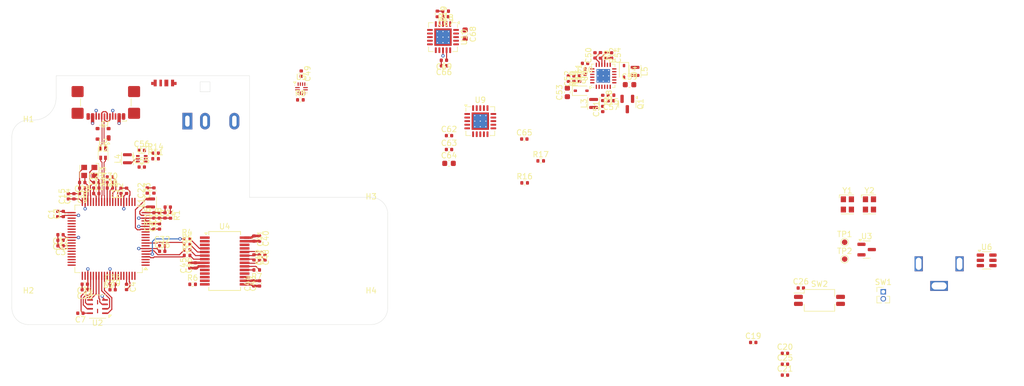
<source format=kicad_pcb>
(kicad_pcb (version 20241229) (generator "pcbnew") (generator_version "9.0")
  (layers (0 "F.Cu" signal) (4 "In1.Cu" power "GND") (6 "In2.Cu" power "PWR") (2 "B.Cu" signal) (13 "F.Paste" user) (15 "B.Paste" user) (5 "F.SilkS" user "F.Silkscreen") (7 "B.SilkS" user "B.Silkscreen") (1 "F.Mask" user) (3 "B.Mask" user) (25 "Edge.Cuts" user))
  (net 0 "")
  (net 1 "GND")
  (net 2 "+3.3V")
  (net 3 "VDD")
  (net 4 "Net-(U1A-VDD_HIGH_CAP)")
  (net 5 "Net-(U1A-NVCC_PLL)")
  (net 6 "Net-(U1A-VDD_SNVS_CAP)")
  (net 7 "Net-(U1B-XTALI)")
  (net 8 "Net-(U1B-XTALO)")
  (net 9 "Net-(U1B-DCDC_PSWITCH)")
  (net 10 "VBUS")
  (net 11 "Net-(U1C-VDD_USB_CAP)")
  (net 12 "OSC_441")
  (net 13 "OSC_48")
  (net 14 "Net-(U4-VCOML)")
  (net 15 "USB_DN")
  (net 16 "USB_DP")
  (net 17 "RGB")
  (net 18 "VREF")
  (net 19 "Net-(Q1-D)")
  (net 20 "+10V")
  (net 21 "Net-(U8-FBP)")
  (net 22 "CC1")
  (net 23 "CC2")
  (net 26 "Net-(U1B-DCDC_LP)")
  (net 27 "VNEG")
  (net 28 "FBN")
  (net 29 "I2S_BCK")
  (net 30 "Net-(U8-ENN)")
  (net 31 "BOOT_MODE0")
  (net 32 "BOOT_MODE1")
  (net 33 "Net-(U8-CN)")
  (net 34 "I2S_LRCK")
  (net 35 "Net-(U8-CP)")
  (net 36 "I2S_DATA")
  (net 37 "Net-(U1B-POR_B)")
  (net 38 "Net-(U1C-USB_OTG1_CHD_B)")
  (net 39 "Net-(U1E-GPIO_SD_12)")
  (net 51 "QSPI_IO2")
  (net 60 "QSPI_IO3")
  (net 64 "QSPI_SS")
  (net 69 "QSPI_IO1")
  (net 73 "QSPI_CLK")
  (net 76 "QSPI_IO0")
  (net 78 "I2S_SCK")
  (net 79 "SPDIF_IN")
  (net 80 "Net-(U9-SENSE{slash}FB)")
  (net 81 "Net-(U9-NR)")
  (net 82 "Net-(U10-FB)")
  (net 89 "I2C_SDA")
  (net 90 "FUSB302_INT_N")
  (net 91 "I2C_SCL")
  (net 92 "OSC_441_EN")
  (net 93 "OSC_48_EN")
  (net 94 "Net-(U10-NR{slash}SS)")
  (net 96 "Net-(D3-A)")
  (net 97 "Net-(D4-K)")
  (net 98 "/IO/PRE_USB_DP")
  (net 99 "/IO/PRE_USB_DN")
  (net 106 "Net-(U7-SW)")
  (net 107 "Net-(Q1-G)")
  (net 108 "Net-(U4-SCK)")
  (net 109 "Net-(U4-BCK)")
  (net 110 "Net-(U4-LRCK)")
  (net 111 "Net-(U4-DATA)")
  (net 112 "Net-(U4-~{RST})")
  (net 113 "Net-(U4-IREF)")
  (net 114 "Net-(U5-PORT)")
  (net 115 "Net-(U7-FB)")
  (net 133 "Net-(U4-VCOMR)")
  (net 134 "+9VA")
  (net 135 "-9VA")
  (footprint "MountingHole:MountingHole_2.2mm_M2" (layer "F.Cu") (at 105 65)
    (property "Reference" "H3")
    (property "Value" "MountingHole")
  )
  (footprint "Capacitor_SMD:C_0402_1005Metric" (layer "F.Cu") (at 85.8 72.85 90)
    (property "Reference" "C42")
    (property "Value" "10u")
  )
  (footprint "Capacitor_SMD:C_0402_1005Metric" (layer "F.Cu") (at 84.8 69.445 -90)
    (property "Reference" "C40")
    (property "Value" "10u")
  )
  (footprint "TestPoint:TestPoint_Pad_D1.0mm" (layer "F.Cu") (at 190.67 73.16)
    (property "Reference" "TP2")
    (property "Value" "TestPoint")
  )
  (footprint "Capacitor_SMD:C_0402_1005Metric" (layer "F.Cu") (at 148.4 44.5 180)
    (property "Reference" "C57")
    (property "Value" "4.7u")
  )
  (footprint "Capacitor_SMD:C_0402_1005Metric" (layer "F.Cu") (at 66.7 65.25 90)
    (property "Reference" "C17")
    (property "Value" "0.22u")
  )
  (footprint "Capacitor_SMD:C_0402_1005Metric" (layer "F.Cu") (at 48.3 65 90)
    (property "Reference" "C1")
    (property "Value" "1u")
  )
  (footprint "Resistor_SMD:R_0402_1005Metric" (layer "F.Cu") (at 140.7 40.5 -90)
    (property "Reference" "R13")
    (property "Value" "R")
  )
  (footprint "Package_DFN_QFN:Texas_RGW0020A_VQFN-20-1EP_5x5mm_P0.65mm_EP3.15x3.15mm_ThermalVias" (layer "F.Cu") (at 124.75 48.2)
    (property "Reference" "U9")
    (property "Value" "TPS7A4701xRGW")
  )
  (footprint "Capacitor_SMD:C_0402_1005Metric" (layer "F.Cu") (at 83.8 72.85 -90)
    (property "Reference" "C47")
    (property "Value" "10u")
  )
  (footprint "Resistor_SMD:R_0402_1005Metric" (layer "F.Cu") (at 146.5 36.3 -90)
    (property "Reference" "R9")
    (property "Value" "R")
  )
  (footprint "Resistor_SMD:R_0402_1005Metric" (layer "F.Cu") (at 71.7 71.5)
    (property "Reference" "R3")
    (property "Value" "27")
  )
  (footprint "Capacitor_SMD:C_0402_1005Metric" (layer "F.Cu") (at 146.9 46 90)
    (property "Reference" "C51")
    (property "Value" "4.7u")
  )
  (footprint "Capacitor_SMD:C_0402_1005Metric" (layer "F.Cu") (at 57.73 59.3)
    (property "Reference" "C30")
    (property "Value" "4.7u")
  )
  (footprint "Capacitor_SMD:C_0402_1005Metric" (layer "F.Cu") (at 119.09 50.82)
    (property "Reference" "C62")
    (property "Value" "10u")
  )
  (footprint "Package_TO_SOT_SMD:SOT-23" (layer "F.Cu") (at 194.65 71.435)
    (property "Reference" "U3")
    (property "Value" "UM803RS")
  )
  (footprint "MountingHole:MountingHole_2.2mm_M2" (layer "F.Cu") (at 43 82)
    (property "Reference" "H2")
    (property "Value" "MountingHole")
  )
  (footprint "Resistor_SMD:R_0402_1005Metric" (layer "F.Cu") (at 84.3 75.125 180)
    (property "Reference" "R7")
    (property "Value" "10k")
  )
  (footprint "Package_SO:SSOP-28_5.3x10.2mm_P0.65mm" (layer "F.Cu") (at 78.5 73.5)
    (property "Reference" "U4")
    (property "Value" "PCM1794A")
  )
  (footprint "Inductor_SMD:L_Murata_DFE201610P" (layer "F.Cu") (at 60.9 55 90)
    (property "Reference" "L4")
    (property "Value" "1u")
  )
  (footprint "Package_DFN_QFN:Texas_X2QFN-12_1.6x1.6mm_P0.4mm" (layer "F.Cu") (at 92.395 42.33)
    (property "Reference" "U5")
    (property "Value" "TUSB320")
  )
  (footprint "Resistor_SMD:R_0402_1005Metric" (layer "F.Cu") (at 132.77 59.37)
    (property "Reference" "R16")
    (property "Value" "R")
  )
  (footprint "Capacitor_SMD:C_0402_1005Metric" (layer "F.Cu") (at 67.2 70.75)
    (property "Reference" "C32")
    (property "Value" "100n")
  )
  (footprint "Resistor_SMD:R_0402_1005Metric" (layer "F.Cu") (at 147.5 36.3 -90)
    (property "Reference" "R12")
    (property "Value" "R")
  )
  (footprint "Capacitor_SMD:C_0402_1005Metric" (layer "F.Cu") (at 146.9 44 -90)
    (property "Reference" "C58")
    (property "Value" "100n")
  )
  (footprint "Connector_PinHeader_1.27mm:PinHeader_1x02_P1.27mm_Vertical" (layer "F.Cu") (at 197.66 79.07)
    (property "Reference" "SW1")
    (property "Value" "SW_Push")
  )
  (footprint "Capacitor_SMD:C_0402_1005Metric" (layer "F.Cu") (at 84.8 72.85 -90)
    (property "Reference" "C48")
    (property "Value" "10u")
  )
  (footprint "Diode_SMD:D_SOD-323" (layer "F.Cu") (at 150.75 39.2 -90)
    (property "Reference" "D4")
    (property "Value" "D_Schottky")
  )
  (footprint "Resistor_SMD:R_0402_1005Metric" (layer "F.Cu") (at 68.7 65.25 -90)
    (property "Reference" "R1")
    (property "Value" "30k")
  )
  (footprint "Package_QFP:LQFP-80_12x12mm_P0.5mm" (layer "F.Cu") (at 57.5 69.5 180)
    (property "Reference" "U1")
    (property "Value" "MIMXRT1011DAE5A")
  )
  (footprint "Capacitor_SMD:C_0402_1005Metric" (layer "F.Cu") (at 52.73 60.3 180)
    (property "Reference" "C8")
    (property "Value" "4.7u")
  )
  (footprint "Capacitor_SMD:C_0402_1005Metric" (layer "F.Cu") (at 63.5 56.5)
    (property "Reference" "C55")
    (property "Value" "10u")
  )
  (footprint "utils:PJRAN1X1U04" (layer "F.Cu") (at 207.76 78.01)
    (property "Reference" "J2" (hide yes))
    (property "Value" "Conn_Coaxial" (hide yes))
  )
  (footprint "Resistor_SMD:R_0402_1005Metric" (layer "F.Cu") (at 148.4 43.5 180)
    (property "Reference" "R15")
    (property "Value" "100")
  )
  (footprint "Capacitor_SMD:C_0402_1005Metric" (layer "F.Cu") (at 179.87 92.18)
    (property "Reference" "C25")
    (property "Value" "5p")
  )
  (footprint "Capacitor_SMD:C_0402_1005Metric" (layer "F.Cu") (at 67.2 71.75)
    (property "Reference" "C36")
    (property "Value" "4.7u")
  )
  (footprint "Capacitor_SMD:C_0402_1005Metric" (layer "F.Cu") (at 55.27 61.3)
    (property "Reference" "C11")
    (property "Value" "0.22u")
  )
  (footprint "Oscillator:Oscillator_SMD_Kyocera_KC2520Z-4Pin_2.5x2.0mm" (layer "F.Cu") (at 191.165 63.265)
    (property "Reference" "Y1")
    (property "Value" "KC2520Z")
  )
  (footprint "Package_TO_SOT_SMD:SOT-143" (layer "F.Cu") (at 56.5 50.5 180)
    (property "Reference" "D2")
    (property "Value" "PRTR5V0U2X")
  )
  (footprint "Capacitor_SMD:C_0402_1005Metric" (layer "F.Cu") (at 60.75 78.2 -90)
    (property "Reference" "C4")
    (property "Value" "0.22u")
  )
  (footprint "utils:DC044" (layer "F.Cu") (at 71.75 48.2 180)
    (property "Reference" "J1" (hide yes))
    (property "Value" "Barrel_Jack_Switch_Pin3Ring" (hide yes))
    (fp_rect (start -4.1 5.3) (end -2.3 7.1) (stroke (width 0.05)) (fill no) (layer "Edge.Cuts"))
  )
  (footprint "MountingHole:MountingHole_2.2mm_M2" (layer "F.Cu") (at 105 82)
    (property "Reference" "H4")
    (property "Value" "MountingHole")
  )
  (footprint "Resistor_SMD:R_0402_1005Metric" (layer "F.Cu") (at 118.48 28.3 180)
    (property "Reference" "R18")
    (property "Value" "R")
  )
  (footprint "Capacitor_SMD:C_0402_1005Metric" (layer "F.Cu") (at 83.8 69.445 -90)
    (property "Reference" "C41")
    (property "Value" "0.1u")
  )
  (footprint "Capacitor_SMD:C_0402_1005Metric" (layer "F.Cu") (at 84.8 77.555 90)
    (property "Reference" "C43")
    (property "Value" "10u")
  )
  (footprint "Capacitor_SMD:C_0402_1005Metric" (layer "F.Cu") (at 66.7 67.25 90)
    (property "Reference" "C6")
    (property "Value" "4.7u")
  )
  (footprint "Capacitor_SMD:C_0402_1005Metric" (layer "F.Cu") (at 51.23 61.8 90)
    (property "Reference" "C14")
    (property "Value" "0.22u")
  )
  (footprint "Capacitor_SMD:C_0402_1005Metric" (layer "F.Cu") (at 143.7 39.25 90)
    (property "Reference" "C61")
    (property "Value" "10n")
  )
  (footprint "Inductor_SMD:L_Murata_DFE201610P" (layer "F.Cu") (at 145.25 45 90)
    (property "Reference" "L3")
    (property "Value" "4.7u")
  )
  (footprint "Resistor_SMD:R_0402_1005Metric" (layer "F.Cu") (at 71.7 69.5)
    (property "Reference" "R4")
    (property "Value" "27")
  )
  (footprint "Capacitor_SMD:C_0402_1005Metric" (layer "F.Cu") (at 65.7 60.75 90)
    (property "Reference" "C23")
    (property "Value" "0.22u")
  )
  (footprint "Package_SON:Winbond_USON-8-2EP_3x4mm_P0.8mm_EP0.2x0.8mm" (layer "F.Cu") (at 55.5 81.75 180)
    (property "Reference" "U2")
    (property "Value" "W25Q32JVUU")
  )
  (footprint "Capacitor_SMD:C_0402_1005Metric" (layer "F.Cu") (at 68.2 63.75 180)
    (property "Reference" "C24")
    (property "Value" "0.22u")
  )
  (footprint "Button_Switch_SMD:SW_DIP_SPSTx02_Slide_Copal_CHS-02B_W7.62mm_P1.27mm" (layer "F.Cu") (at 186.115 80.625)
    (property "Reference" "SW2")
    (property "Value" "SW_DIP_x02")
  )
  (footprint "TestPoint:TestPoint_Pad_D1.0mm" (layer "F.Cu") (at 190.67 70.11)
    (property "Reference" "TP1")
    (property "Value" "TestPoint")
  )
  (footprint "Capacitor_SMD:C_0603_1608Metric" (layer "F.Cu") (at 151.75 41.6)
    (property "Reference" "C59")
    (property "Value" "22u")
  )
  (footprint "Capacitor_SMD:C_0402_1005Metric" (layer "F.Cu") (at 141.7 40.5 90)
    (property "Reference" "C52")
    (property "Value" "C")
  )
  (footprint "Package_TO_SOT_SMD:SOT-23" (layer "F.Cu") (at 151.35 45.1 -90)
    (property "Reference" "Q1")
    (property "Value" "AO3401")
  )
  (footprint "Capacitor_SMD:C_0402_1005Metric" (layer "F.Cu") (at 65.7 67.25 90)
    (property "Reference" "C5")
    (property "Value" "0.22u")
  )
  (footprint "Capacitor_SMD:C_0402_1005Metric" (layer "F.Cu") (at 48.8 70.75 180)
    (property "Reference" "C3")
    (property "Value" "0.22u")
  )
  (footprint "Capacitor_SMD:C_0402_1005Metric" (layer "F.Cu") (at 57.73 60.3)
    (property "Reference" "C31")
    (property "Value" "0.22u")
  )
  (footprint "Capacitor_SMD:C_0402_1005Metric" (layer "F.Cu") (at 67.7 65.25 90)
    (property "Reference" "C18")
    (property "Value" "0.22u")
  )
  (footprint "Resistor_SMD:R_0402_1005Metric" (layer "F.Cu") (at 116.98 28.8 -90)
    (property "Reference" "R19")
    (property "Value" "R")
  )
  (footprint "Capacitor_SMD:C_0402_1005Metric" (layer "F.Cu") (at 83.8 77.555 90)
    (property "Reference" "C44")
    (property "Value" "0.1u")
  )
  (footprint "Capacitor_SMD:C_0402_1005Metric" (layer "F.Cu") (at 58.23 78.7)
    (property "Reference" "C39")
    (property "Value" "4.7u")
  )
  (footprint "MountingHole:MountingHole_2.2mm_M2" (layer "F.Cu") (at 43 51)
    (property "Reference" "H1")
    (property "Value" "MountingHole")
  )
  (footprint "Capacitor_SMD:C_0603_1608Metric" (layer "F.Cu") (at 140.5 43 90)
    (property "Reference" "C53")
    (property "Value" "22u")
  )
  (footprint "Capacitor_SMD:C_0402_1005Metric" (layer "F.Cu") (at 64.5 60.75 90)
    (property "Reference" "C22")
    (property "Value" "4.7u")
  )
  (footprint "Resistor_SMD:R_0402_1005Metric" (layer "F.Cu") (at 71.7 72.5)
    (property "Reference" "R2")
    (property "Value" "10")
  )
  (footprint "Resistor_SMD:R_0402_1005Metric" (layer "F.Cu") (at 71.7 70.5)
    (property "Reference" "R5")
    (property "Value" "27")
  )
  (footprint "Resistor_SMD:R_0402_1005Metric" (layer "F.Cu") (at 135.68 55.39)
    (property "Reference" "R17")
    (property "Value" "R")
  )
  (footprint "Capacitor_SMD:C_0402_1005Metric" (layer "F.Cu") (at 55.27 59.3)
    (property "Reference" "C27")
    (property "Value" "1u")
  )
  (footprint "Resistor_SMD:R_0402_1005Metric" (layer "F.Cu") (at 92.2 44.35)
    (property "Reference" "R8")
    (property "Value" "47k")
  )
  (footprint "Capacitor_SMD:C_0402_1005Metric" (layer "F.Cu") (at 52.73 61.3 180)
    (property "Reference" "C9")
    (property "Value" "0.22u")
  )
  (footprint "Capacitor_SMD:C_0402_1005Metric" (layer "F.Cu") (at 52.73 59.3 180)
    (property "Reference" "C28")
    (property "Value" "1u")
  )
  (footprint "Capacitor_SMD:C_0402_1005Metric" (layer "F.Cu") (at 57.73 58.3 180)
    (property "Reference" "C29")
    (property "Value" "1u")
  )
  (footprint "Resistor_SMD:R_0402_1005Metric" (layer "F.Cu") (at 72.7 77.725)
    (property "Reference" "R6")
    (property "Value" "47k")
  )
  (footprint "Capacitor_SMD:C_0402_1005Metric" (layer "F.Cu") (at 60.75 60.8 90)
    (property "Reference" "C12")
    (property "Value" "0.22u")
  )
  (footprint "Capacitor_SMD:C_0402_1005Metric" (layer "F.Cu") (at 52.4 82.95 180)
    (property "Reference" "C7")
    (property "Value" "0.1u")
  )
  (footprint "Package_DFN_QFN:Texas_RGW0020A_VQFN-20-1EP_5x5mm_P0.65mm_EP3.15x3.15mm_ThermalVias" (layer "F.Cu") (at 118 33 -90)
    (property "Reference" "U10")
    (property "Value" "TPS7A3301RGW")
  )
  (footprint "Capacitor_SMD:C_0402_1005Metric" (layer "F.Cu") (at 58.23 77.7)
    (property "Reference" "C35")
    (property "Value" "100n")
  )
  (footprint "Capacitor_SMD:C_0402_1005Metric" (layer "F.Cu") (at 49.3 65 90)
    (property "Reference" "C2")
    (property "Value" "0.22u")
  )
  (footprint "Capacitor_SMD:C_0402_1005Metric" (layer "F.Cu") (at 118.17 37.185 180)
    (property "Reference" "C69")
    (property "Value" "1u")
  )
  (footprint "Capacitor_SMD:C_0402_1005Metric" (layer "F.Cu") (at 174.13 88.24)
    (property "Reference" "C19")
    (property "Value" "0.1u")
  )
  (footprint "Capacitor_SMD:C_0402_1005Metric" (layer "F.Cu") (at 143.7 37.75 180)
    (property "Reference" "C60")
    (property "Value" "4.7n")
  )
  (footprint "Capacitor_SMD:C_0402_1005Metric" (layer "F.Cu") (at 73.2 74.305 90)
    (property "Reference" "C46")
    (property "Value" "0.1u")
  )
  (footprint "Capacitor_SMD:C_0603_1608Metric" (layer "F.Cu") (at 122 32.475 -90)
    (property "Reference" "C68")
    (property "Value" "22u")
  )
  (footprint "Capacitor_SMD:C_0402_1005Metric" (layer "F.Cu") (at 48.8 69.75 180)
    (property "Reference" "C33")
    (property "Value" "100n")
  )
  (footprint "Capacitor_SMD:C_0402_1005Metric" (layer "F.Cu") (at 145.5 36.3 90)
    (property "Reference" "C50")
    (property "Value" "220n")
  )
  (footprint "Capacitor_SMD:C_0402_1005Metric" (layer "F.Cu") (at 118.48 29.3 180)
    (property "Reference" "C67")
    (property "Value" "10u")
  )
  (footprint "Resistor_SMD:R_0402_1005Metric" (layer "F.Cu") (at 66 55)
    (property "Reference" "R11")
    (property "Value" "453k")
  )
  (footprint "Capacitor_SMD:C_0402_1005Metric" (layer "F.Cu") (at 53.19 77.7 180)
    (property "Reference" "C34")
    (property "Value" "100n")
  )
  (footprint "Capacitor_SMD:C_0402_1005Metric" (layer "F.Cu") (at 48.8 68.75 180)
    (property "Reference" "C37")
    (property "Value" "4.7u")
  )
  (footprint "Capacitor_SMD:C_0402_1005Metric" (layer "F.Cu") (at 148.5 36.3 -90)
    (property "Reference" "C54")
    (property "Value" "C")
  )
  (footprint "Capacitor_SMD:C_0402_1005Metric" (layer "F.Cu") (at 50.23 61.8 90)
    (property "Reference" "C15")
    (property "Value" "4.7u")
  )
  (footprint "Package_DFN_QFN:VQFN-24-1EP_4x4mm_P0.5mm_EP2.45x2.45mm_ThermalVias" (layer "F.Cu") (at 147 40 90)
    (property "Reference" "U8")
    (property "Value" "TPS65131RGE")
  )
  (footprint "Capacitor_SMD:C_0402_1005Metric" (layer "F.Cu") (at 132.71 51.44)
    (property "Reference" "C65")
    (property "Value" "1u")
  )
  (footprint "Capacitor_SMD:C_0402_1005Metric" (layer "F.Cu") (at 119.09 53.33)
    (property "Reference" "C63")
    (property "Value" "10u")
  )
  (footprint "Inductor_SMD:L_Murata_DFE201610P" (layer "F.Cu") (at 65.1 63 90)
    (property "Reference" "L1")
    (property "Value" "4.7u")
  )
  (footprint "Package_TO_SOT_SMD:SOT-23-6" (layer "F.Cu") (at 216.36 73.385)
    (property "Reference" "U6")
    (property "Value" "SN74LVC2G14DBV")
  )
  (footprint "Capacitor_SMD:C_0402_1005Metric" (layer "F.Cu") (at 55.27 60.3)
    (property "Reference" "C10")
    (property "Value" "4.7u")
  )
  (footprint "Capacitor_SMD:C_0402_1005Metric" (layer "F.Cu") (at 72.2 74.305 90)
    (property "Reference" "C45")
    (property "Value" "10u")
  )
  (footprint "Capacitor_SMD:C_0402_1005Metric" (layer "F.Cu") (at 179.87 90.21)
    (property "Reference" "C20")
    (property "Value" "0.1u")
  )
  (footprint "Capacitor_SMD:C_0402_1005Metric" (layer "F.Cu") (at 118.17 38.185 180)
    (property "Reference" "C66")
    (property "Value" "10u")
  )
  (footprint "Oscillator:Oscillator_SMD_Kyocera_KC2520Z-4Pin_2.5x2.0mm" (layer "F.Cu") (at 195.16 63.265)
    (property "Reference" "Y2")
    (property "Value" "KC2520Z")
  )
  (footprint "Capacitor_SMD:C_0402_1005Metric" (layer "F.Cu") (at 63.5 53.5)
    (property "Reference" "C56")
    (property "Value" "10u")
  )
  (footprint "Capacitor_SMD:C_0402_1005Metric" (layer "F.Cu") (at 179.87 94.15)
    (property "Reference" "C21")
    (property "Value" "0.1u")
  )
  (footprint "Capacitor_SMD:C_0402_1005Metric" (layer "F.Cu") (at 65.7 65.25 90)
    (property "Reference" "C16")
    (property "Value" "4.7u")
  )
  (footprint "Resistor_SMD:R_0402_1005Metric" (layer "F.Cu") (at 66 54)
    (property "Reference" "R14")
    (property "Value" "100k")
  )
  (footprint "Package_TO_SOT_SMD:SOT-563" (layer "F.Cu") (at 63.5 55)
    (property "Reference" "U7")
    (property "Value" "TPS62A02ADRL")
  )
  (footprint "Diode_SMD:D_SOD-323" (layer "F.Cu") (at 143 42.7)
    (property "Reference" "D3")
    (property "Value" "D_Schottky")
  )
  (footprint "Capacitor_SMD:C_0402_1005Metric" (layer "F.Cu") (at 53.19 78.7 180)
    (property "Reference" "C38")
    (property "Value" "4.7u")
  )
  (footprint "Inductor_SMD:L_CommonModeChoke_Coilcraft_0805USB" (layer "F.Cu") (at 56.5 54 180)
    (property "Reference" "L2")
    (property "Value" "0805USB")
  )
  (footprint "Capacitor_SMD:C_0603_1608Metric" (layer "F.Cu") (at 119.09 55.84)
    (property "Reference" "C64")
    (property "Value" "22u")
  )
  (footprint "utils:4020_WS2812" (layer "F.Cu") (at 67.55 41.3 180)
    (property "Reference" "D1" (hide yes))
    (property "Value" "WS2812B" (hide yes))
  )
  (footprint "Inductor_SMD:L_Murata_DFE201610P" (layer "F.Cu") (at 152.75 39.2 -90)
    (property "Reference" "L5")
    (property "Value" "4.7u")
  )
  (footprint "Capacitor_SMD:C_0402_1005Metric" (layer "F.Cu") (at 59.75 60.8 90)
    (property "Reference" "C13")
    (property "Value" "0.22u")
  )
  (footprint "Capacitor_SMD:C_0402_1005Metric" (layer "F.Cu") (at 182.74 78.39)
    (property "Reference" "C26")
    (property "Value" "5p")
  )
  (footprint "Resistor_SMD:R_0402_1005Metric" (layer "F.Cu") (at 142.7 40.5 90)
    (property "Reference" "R10")
    (property "Value" "R")
  )
  (footprint "Oscillator:Oscillator_SMD_Kyocera_KC2520Z-4Pin_2.5x2.0mm" (layer "F.Cu") (at 54 57.3 -90)
    (property "Reference" "Y3")
    (property "Value" "24M")
  )
  (footprint "Connector_USB:USB_C_Receptacle_GCT_USB4110" (layer "F.Cu") (at 57 43.675 180)
    (property "Reference" "J3")
    (property "Value" "USB_C_Receptacle_USB2.0_16P")
  )
  (footprint "Capacitor_SMD:C_0402_1005Metric" (layer "F.Cu") (at 92.35 39.6 -90)
    (property "Reference" "C49")
    (property "Value" "0.1u")
  )
  (gr_arc (start 105 62) (mid 107.12132 62.87868) (end 108 65) (stroke (width 0.05)) (layer "Edge.Cuts"))
  (gr_line (start 108 82) (end 108 65) (stroke (width 0.05)) (layer "Edge.Cuts"))
  (gr_line (start 48 40) (end 48 44) (stroke (width 0.05)) (layer "Edge.Cuts"))
  (gr_line (start 83 40) (end 48 40) (stroke (width 0.05)) (layer "Edge.Cuts"))
  (gr_line (start 44 48) (end 43 48) (stroke (width 0.05)) (layer "Edge.Cuts"))
  (gr_line (start 105 62) (end 83 62) (stroke (width 0.05)) (layer "Edge.Cuts"))
  (gr_arc (start 40 51) (mid 40.87868 48.87868) (end 43 48) (stroke (width 0.05)) (layer "Edge.Cuts"))
  (gr_arc (start 43 85) (mid 40.87868 84.12132) (end 40 82) (stroke (width 0.05)) (layer "Edge.Cuts"))
  (gr_line (start 43 85) (end 105 85) (stroke (width 0.05)) (layer "Edge.Cuts"))
  (gr_line (start 40 51) (end 40 82) (stroke (width 0.05)) (layer "Edge.Cuts"))
  (gr_line (start 83 62) (end 83 40) (stroke (width 0.05)) (layer "Edge.Cuts"))
  (gr_arc (start 48 44) (mid 46.828427 46.828427) (end 44 48) (stroke (width 0.05)) (layer "Edge.Cuts"))
  (gr_arc (start 108 82) (mid 107.12132 84.12132) (end 105 85) (stroke (width 0.05)) (layer "Edge.Cuts"))
  (segment (start 67.68 64.75) (end 67.7 64.77) (width 0.2) (layer "F.Cu") (net 1))
  (segment (start 64.1875 64.75) (end 67.68 64.75) (width 0.2) (layer "F.Cu") (net 1))
  (segment (start 52.25 61.3) (end 52.25 57.4) (width 0.2) (layer "F.Cu") (net 1))
  (segment (start 55.75 59.3) (end 55.75 58.85) (width 0.2) (layer "F.Cu") (net 1))
  (segment (start 58.71 78.7) (end 58.71 77.7) (width 0.2) (layer "F.Cu") (net 1))
  (segment (start 50.8125 71.25) (end 49.71755 71.25) (width 0.2) (layer "F.Cu") (net 1))
  (segment (start 59.14 60.93) (end 59.75 60.32) (width 0.2) (layer "F.Cu") (net 1))
  (segment (start 61.25 62.8125) (end 61.25 61.71755) (width 0.2) (layer "F.Cu") (net 1))
  (segment (start 58.21 59.3) (end 58.21 59.26) (width 0.2) (layer "F.Cu") (net 1))
  (segment (start 56.35 80.05) (end 56.35 79.839703) (width 0.2) (layer "F.Cu") (net 1))
  (segment (start 48.93 71.36) (end 48.32 70.75) (width 0.2) (layer "F.Cu") (net 1))
  (segment (start 50.8125 64.75) (end 49.53 64.75) (width 0.2) (layer "F.Cu") (net 1))
  (segment (start 57.75 62.8125) (end 57.75 60.76) (width 0.2) (layer "F.Cu") (net 1))
  (segment (start 58.21 59.26) (end 57.25 58.3) (width 0.2) (layer "F.Cu") (net 1))
  (segment (start 59.14 61.60755) (end 59.14 60.93) (width 0.2) (layer "F.Cu") (net 1))
  (segment (start 55.75 58.85) (end 54.925 58.025) (width 0.2) (layer "F.Cu") (net 1))
  (segment (start 55.75 62.8125) (end 55.75 59.3) (width 0.2) (layer "F.Cu") (net 1))
  (segment (start 59.25 61.71755) (end 59.14 61.60755) (width 0.2) (layer "F.Cu") (net 1))
  (segment (start 61.36 78.07) (end 60.75 78.68) (width 0.2) (layer "F.Cu") (net 1))
  (segment (start 52.23 61.32) (end 52.25 61.3) (width 0.2) (layer "F.Cu") (net 1))
  (segment (start 48.3 64.52) (end 49.3 64.52) (width 0.2) (layer "F.Cu") (net 1))
  (segment (start 82.1 69.925) (end 84.8 69.925) (width 0.45) (layer "F.Cu") (net 1))
  (segment (start 82.1 71.875) (end 82.185 71.79) (width 0.2) (layer "F.Cu") (net 1))
  (segment (start 56.85 80.55) (end 56.35 80.05) (width 0.2) (layer "F.Cu") (net 1))
  (segment (start 49.60755 71.36) (end 48.93 71.36) (width 0.2) (layer "F.Cu") (net 1))
  (segment (start 61.36 77.39245) (end 61.36 78.07) (width 0.2) (layer "F.Cu") (net 1))
  (segment (start 49.71755 71.25) (end 49.60755 71.36) (width 0.2) (layer "F.Cu") (net 1))
  (segment (start 59.25 62.8125) (end 59.25 61.71755) (width 0.2) (layer "F.Cu") (net 1))
  (segment (start 48.32 68.75) (end 48.32 70.75) (width 0.2) (layer "F.Cu") (net 1))
  (segment (start 61.36 60.93) (end 60.75 60.32) (width 0.2) (layer "F.Cu") (net 1))
  (segment (start 82.1 77.075) (end 84.8 77.075) (width 0.45) (layer "F.Cu") (net 1))
  (segment (start 66.68 66.75) (end 66.7 66.77) (width 0.2) (layer "F.Cu") (net 1))
  (segment (start 85.22 71.79) (end 85.8 72.37) (width 0.2) (layer "F.Cu") (net 1))
  (segment (start 67.72 63.75) (end 67.72 64.75) (width 0.2) (layer "F.Cu") (net 1))
  (segment (start 61.25 61.71755) (end 61.36 61.60755) (width 0.2) (layer "F.Cu") (net 1))
  (segment (start 59.75 60.32) (end 60.75 60.32) (width 0.2) (layer "F.Cu") (net 1))
  (segment (start 61.25 77.28245) (end 61.36 77.39245) (width 0.2) (layer "F.Cu") (net 1))
  (segment (start 82.185 71.79) (end 85.22 71.79) (width 0.2) (layer "F.Cu") (net 1))
  (segment (start 49.53 64.75) (end 49.3 64.52) (width 0.2) (layer "F.Cu") (net 1))
  (segment (start 67.72 64.75) (end 67.7 64.77) (width 0.2) (layer "F.Cu") (net 1))
  (segment (start 50.23 61.32) (end 52.23 61.32) (width 0.2) (layer "F.Cu") (net 1))
  (segment (start 58.21 60.3) (end 58.21 59.3) (width 0.2) (layer "F.Cu") (net 1))
  (segment (start 61.25 76.1875) (end 61.25 77.28245) (width 0.2) (layer "F.Cu") (net 1))
  (segment (start 57.75 60.76) (end 58.21 60.3) (width 0.2) (layer "F.Cu") (net 1))
  (segment (start 67.68 70.75) (end 67.68 71.75) (width 0.2) (layer "F.Cu") (net 1))
  (segment (start 64.1875 66.75) (end 66.68 66.75) (width 0.2) (layer "F.Cu") (net 1))
  (segment (start 117.69 37.185) (end 117.69 38.185) (width 0.2) (layer "F.Cu") (net 1))
  (segment (start 52.71 77.7) (end 52.71 78.7) (width 0.2) (layer "F.Cu") (net 1))
  (segment (start 61.36 61.60755) (end 61.36 60.93) (width 0.2) (layer "F.Cu") (net 1))
  (segment (start 74.9 73.825) (end 72.2 73.825) (width 0.45) (layer "F.Cu") (net 1))
  (segment (start 52.25 57.4) (end 53.075 56.575) (width 0.2) (layer "F.Cu") (net 1))
  (segment (start 64.5 60.27) (end 65.7 60.27) (width 0.2) (layer "F.Cu") (net 1))
  (segment (start 83.79 75.125) (end 82.1 75.125) (width 0.2) (layer "F.Cu") (net 1))
  (via (at 56.35 79.839703) (size 0.6) (drill 0.3) (layers "F.Cu" "B.Cu") (net 1))
  (segment (start 64.1875 66.25) (end 64.1875 65.75) (width 0.2) (layer "F.Cu") (net 2))
  (segment (start 53.25 60.34) (end 53.21 60.3) (width 0.2) (layer "F.Cu") (net 2))
  (segment (start 49.78 69.25) (end 49.28 68.75) (width 0.2) (layer "F.Cu") (net 2))
  (segment (start 53.75 76.1875) (end 53.75 74.95) (width 0.2) (layer "F.Cu") (net 2))
  (segment (start 66.22 71.25) (end 66.72 70.75) (width 0.2) (layer "F.Cu") (net 2))
  (segment (start 57.75 76.1875) (end 57.75 77.7) (width 0.2) (layer "F.Cu") (net 2))
  (segment (start 53.75 76.1875) (end 53.75 78.62) (width 0.2) (layer "F.Cu") (net 2))
  (segment (start 66.72 71.75) (end 66.22 71.25) (width 0.2) (layer "F.Cu") (net 2))
  (segment (start 73.76 74.475) (end 73.45 74.785) (width 0.45) (layer "F.Cu") (net 2))
  (segment (start 49.53 65.25) (end 49.3 65.48) (width 0.2) (layer "F.Cu") (net 2))
  (segment (start 48.3 65.48) (end 49.3 65.48) (width 0.2) (layer "F.Cu") (net 2))
  (segment (start 50.8125 65.25) (end 49.53 65.25) (width 0.2) (layer "F.Cu") (net 2))
  (segment (start 52.525 82.595) (end 52.88 82.95) (width 0.2) (layer "F.Cu") (net 2))
  (segment (start 64.1875 71.25) (end 62.95 71.25) (width 0.2) (layer "F.Cu") (net 2))
  (segment (start 64.1875 65.75) (end 62.95 65.75) (width 0.2) (layer "F.Cu") (net 2))
  (segment (start 60.25 61.78) (end 60.75 61.28) (width 0.2) (layer "F.Cu") (net 2))
  (segment (start 49.28 69.75) (end 49.78 69.25) (width 0.2) (layer "F.Cu") (net 2))
  (segment (start 60.25 62.8125) (end 60.25 64.05) (width 0.2) (layer "F.Cu") (net 2))
  (segment (start 57.75 78.7) (end 57.75 77.7) (width 0.2) (layer "F.Cu") (net 2))
  (segment (start 50.8125 69.25) (end 52.05 69.25) (width 0.2) (layer "F.Cu") (net 2))
  (segment (start 53.25 62.8125) (end 53.25 60.34) (width 0.2) (layer "F.Cu") (net 2))
  (segment (start 57.75 76.1875) (end 57.75 74.95) (width 0.2) (layer "F.Cu") (net 2))
  (segment (start 52.525 79.845) (end 52.525 82.595) (width 0.2) (layer "F.Cu") (net 2))
  (segment (start 60.25 62.8125) (end 60.25 61.78) (width 0.2) (layer "F.Cu") (net 2))
  (segment (start 64.1875 71.25) (end 66.22 71.25) (width 0.2) (layer "F.Cu") (net 2))
  (segment (start 73.45 74.785) (end 72.2 74.785) (width 0.45) (layer "F.Cu") (net 2))
  (segment (start 53.25 62.8125) (end 53.25 64.05) (width 0.2) (layer "F.Cu") (net 2))
  (segment (start 53.67 78.7) (end 52.525 79.845) (width 0.2) (layer "F.Cu") (net 2))
  (segment (start 53.75 78.62) (end 53.67 78.7) (width 0.2) (layer "F.Cu") (net 2))
  (segment (start 54.15 82.95) (end 52.88 82.95) (width 0.2) (layer "F.Cu") (net 2))
  (segment (start 74.9 74.475) (end 73.76 74.475) (width 0.45) (layer "F.Cu") (net 2))
  (segment (start 50.8125 65.25) (end 52.05 65.25) (width 0.2) (layer "F.Cu") (net 2))
  (segment (start 68.69 65.75) (end 68.7 65.76) (width 0.2) (layer "F.Cu") (net 2))
  (segment (start 64.1875 65.75) (end 68.69 65.75) (width 0.2) (layer "F.Cu") (net 2))
  (segment (start 50.8125 69.25) (end 49.78 69.25) (width 0.2) (layer "F.Cu") (net 2))
  (via (at 53.25 64.05) (size 0.6) (drill 0.3) (layers "F.Cu" "B.Cu") (net 2))
  (via (at 57.75 74.95) (size 0.6) (drill 0.3) (layers "F.Cu" "B.Cu") (net 2))
  (via (at 52.05 69.25) (size 0.6) (drill 0.3) (layers "F.Cu" "B.Cu") (net 2))
  (via (at 60.25 64.05) (size 0.6) (drill 0.3) (layers "F.Cu" "B.Cu") (net 2))
  (via (at 53.75 74.95) (size 0.6) (drill 0.3) (layers "F.Cu" "B.Cu") (net 2))
  (via (at 62.95 65.75) (size 0.6) (drill 0.3) (layers "F.Cu" "B.Cu") (net 2))
  (via (at 62.95 71.25) (size 0.6) (drill 0.3) (layers "F.Cu" "B.Cu") (net 2))
  (via (at 52.05 65.25) (size 0.6) (drill 0.3) (layers "F.Cu" "B.Cu") (net 2))
  (segment (start 62.35 64.225) (end 64.3 62.275) (width 0.2) (layer "F.Cu") (net 3))
  (segment (start 64.1875 67.75) (end 63.299943 67.75) (width 0.2) (layer "F.Cu") (net 3))
  (segment (start 63.199943 67.85) (end 62.7 67.85) (width 0.2) (layer "F.Cu") (net 3))
  (segment (start 50.8125 70.75) (end 49.28 70.75) (width 0.2) (layer "F.Cu") (net 3))
  (segment (start 62.7 67.85) (end 62.35 67.5) (width 0.2) (layer "F.Cu") (net 3))
  (segment (start 60.75 76.1875) (end 60.75 77.72) (width 0.2) (layer "F.Cu") (net 3))
  (segment (start 64.3 62.275) (end 65.1 62.275) (width 0.2) (layer "F.Cu") (net 3))
  (segment (start 62.35 67.5) (end 62.35 64.225) (width 0.2) (layer "F.Cu") (net 3))
  (segment (start 64.1875 67.75) (end 66.68 67.75) (width 0.2) (layer "F.Cu") (net 3))
  (segment (start 66.68 67.75) (end 66.7 67.73) (width 0.2) (layer "F.Cu") (net 3))
  (segment (start 63.299943 67.75) (end 63.199943 67.85) (width 0.2) (layer "F.Cu") (net 3))
  (segment (start 55.25 62.8125) (end 55.25 61.76) (width 0.2) (layer "F.Cu") (net 4))
  (segment (start 55.25 61.76) (end 54.79 61.3) (width 0.2) (layer "F.Cu") (net 4))
  (segment (start 54.79 60.3) (end 54.79 61.3) (width 0.2) (layer "F.Cu") (net 4))
  (segment (start 50.23 62.28) (end 52.2175 62.28) (width 0.2) (layer "F.Cu") (net 5))
  (segment (start 52.2175 62.28) (end 52.75 62.8125) (width 0.2) (layer "F.Cu") (net 5))
  (segment (start 59.75 62.8125) (end 59.75 61.28) (width 0.2) (layer "F.Cu") (net 6))
  (segment (start 54.25 61.69755) (end 54.25 62.8125) (width 0.2) (layer "F.Cu") (net 7))
  (segment (start 54.1 58.79) (end 54.61 59.3) (width 0.2) (layer "F.Cu") (net 7))
  (segment (start 54.21 61.65755) (end 54.25 61.69755) (width 0.2) (layer "F.Cu") (net 7))
  (segment (start 54.21 59.88) (end 54.21 61.65755) (width 0.2) (layer "F.Cu") (net 7))
  (segment (start 54.61 59.3) (end 54.79 59.3) (width 0.2) (layer "F.Cu") (net 7))
  (segment (start 54.1 57.4) (end 54.1 58.79) (width 0.2) (layer "F.Cu") (net 7))
  (segment (start 54.79 59.3) (end 54.21 59.88) (width 0.2) (layer "F.Cu") (net 7))
  (segment (start 54.925 56.575) (end 54.1 57.4) (width 0.2) (layer "F.Cu") (net 7))
  (segment (start 53.79 59.88) (end 53.79 61.65755) (width 0.2) (layer "F.Cu") (net 8))
  (segment (start 53.75 61.69755) (end 53.75 62.8125) (width 0.2) (layer "F.Cu") (net 8))
  (segment (start 53.21 58.16) (end 53.075 58.025) (width 0.2) (layer "F.Cu") (net 8))
  (segment (start 53.21 59.3) (end 53.79 59.88) (width 0.2) (layer "F.Cu") (net 8))
  (segment (start 53.21 59.3) (end 53.21 58.16) (width 0.2) (layer "F.Cu") (net 8))
  (segment (start 53.79 61.65755) (end 53.75 61.69755) (width 0.2) (layer "F.Cu") (net 8))
  (segment (start 68.68 63.75) (end 68.68 64.72) (width 0.2) (layer "F.Cu") (net 9))
  (segment (start 64.1875 67.25) (end 62.95 67.25) (width 0.2) (layer "F.Cu") (net 9))
  (segment (start 68.68 64.72) (end 68.7 64.74) (width 0.2) (layer "F.Cu") (net 9))
  (via (at 62.95 67.25) (size 0.6) (drill 0.3) (layers "F.Cu" "B.Cu") (net 9))
  (segment (start 84.8 72.37) (end 84.84 72.37) (width 0.2) (layer "F.Cu") (net 10))
  (segment (start 82.1 72.525) (end 83.645 72.525) (width 0.2) (layer "F.Cu") (net 10))
  (segment (start 58.25 62.8125) (end 58.25 61.19755) (width 0.2) (layer "F.Cu") (net 10))
  (segment (start 54.6 47.355) (end 54.6 48.6) (width 0.6) (layer "F.Cu") (net 10))
  (segment (start 84.84 72.37) (end 85.8 73.33) (width 0.2) (layer "F.Cu") (net 10))
  (segment (start 58.79 58.88) (end 58.21 58.3) (width 0.2) (layer "F.Cu") (net 10))
  (segment (start 83.645 72.525) (end 83.8 72.37) (width 0.2) (layer "F.Cu") (net 10))
  (segment (start 58.79 60.65755) (end 58.79 58.88) (width 0.2) (layer "F.Cu") (net 10))
  (segment (start 59.4 47.355) (end 59.4 48.6) (width 0.6) (layer "F.Cu") (net 10))
  (segment (start 83.38 69.275) (end 82.1 69.275) (width 0.45) (layer "F.Cu") (net 10))
  (segment (start 83.69 78.035) (end 83.38 77.725) (width 0.45) (layer "F.Cu") (net 10))
  (segment (start 58.25 61.19755) (end 58.79 60.65755) (width 0.2) (layer "F.Cu") (net 10))
  (segment (start 83.69 68.965) (end 83.38 69.275) (width 0.45) (layer "F.Cu") (net 10))
  (segment (start 84.8 78.035) (end 83.69 78.035) (width 0.45) (layer "F.Cu") (net 10))
  (segment (start 84.8 68.965) (end 83.69 68.965) (width 0.45) (layer "F.Cu") (net 10))
  (segment (start 84.8 72.37) (end 83.8 72.37) (width 0.2) (layer "F.Cu") (net 10))
  (segment (start 83.38 77.725) (end 82.1 77.725) (width 0.45) (layer "F.Cu") (net 10))
  (via (at 59.4 48.6) (size 0.5) (drill 0.3) (layers "F.Cu" "B.Cu") (net 10))
  (via (at 54.6 48.6) (size 0.5) (drill 0.3) (layers "F.Cu" "B.Cu") (net 10))
  (segment (start 57.25 62.8125) (end 57.25 59.3) (width 0.2) (layer "F.Cu") (net 11))
  (segment (start 83.645 73.175) (end 83.8 73.33) (width 0.2) (layer "F.Cu") (net 14))
  (segment (start 82.1 73.175) (end 83.645 73.175) (width 0.2) (layer "F.Cu") (net 14))
  (segment (start 56.68 55.66) (end 56.68 61.63625) (width 0.16) (layer "F.Cu") (net 15))
  (segment (start 56.68 61.63625) (end 56.75 61.70625) (width 0.16) (layer "F.Cu") (net 15))
  (segment (start 56.935 54.835) (end 56.935 55.405) (width 0.16) (layer "F.Cu") (net 15))
  (segment (start 56.75 61.70625) (end 56.75 62.8125) (width 0.16) (layer "F.Cu") (net 15))
  (segment (start 56.935 55.405) (end 56.68 55.66) (width 0.16) (layer "F.Cu") (net 15))
  (segment (start 56.25 61.70625) (end 56.25 62.8125) (width 0.16) (layer "F.Cu") (net 16))
  (segment (start 56.065 55.405) (end 56.32 55.66) (width 0.16) (layer "F.Cu") (net 16))
  (segment (start 56.065 54.835) (end 56.065 55.405) (width 0.16) (layer "F.Cu") (net 16))
  (segment (start 56.32 55.66) (end 56.32 61.63625) (width 0.16) (layer "F.Cu") (net 16))
  (segment (start 56.32 61.63625) (end 56.25 61.70625) (width 0.16) (layer "F.Cu") (net 16))
  (segment (start 146.25 38.0125) (end 146.25 37.53) (width 0.2) (layer "F.Cu") (net 18))
  (segment (start 146.25 37.53) (end 145.5 36.78) (width 0.2) (layer "F.Cu") (net 18))
  (segment (start 146.49 35.79) (end 145.5 36.78) (width 0.2) (layer "F.Cu") (net 18))
  (segment (start 146.5 35.79) (end 146.49 35.79) (width 0.2) (layer "F.Cu") (net 18))
  (segment (start 58.25 47.355) (end 58.25 46.28) (width 0.2) (layer "F.Cu") (net 22))
  (via (at 58.25 46.28) (size 0.6) (drill 0.3) (layers "F.Cu" "B.Cu") (net 22))
  (segment (start 55.25 46.28) (end 55.25 47.355) (width 0.2) (layer "F.Cu") (net 23))
  (via (at 55.25 46.28) (size 0.6) (drill 0.3) (layers "F.Cu" "B.Cu") (net 23))
  (segment (start 63.15 64.534202) (end 63.15 64.965798) (width 0.2) (layer "F.Cu") (net 26))
  (segment (start 63.434202 65.25) (end 64.1875 65.25) (width 0.2) (layer "F.Cu") (net 26))
  (segment (start 65.1 63.725) (end 63.959202 63.725) (width 0.2) (layer "F.Cu") (net 26))
  (segment (start 63.959202 63.725) (end 63.15 64.534202) (width 0.2) (layer "F.Cu") (net 26))
  (segment (start 63.15 64.965798) (end 63.434202 65.25) (width 0.2) (layer "F.Cu") (net 26))
  (segment (start 118 35.3625) (end 118 36.375) (width 0.2) (layer "F.Cu") (net 27))
  (segment (start 148.5 36.78) (end 147.53 36.78) (width 0.2) (layer "F.Cu") (net 27))
  (segment (start 147.25 38.0125) (end 147.25 37.06) (width 0.2) (layer "F.Cu") (net 27))
  (segment (start 147.25 37.06) (end 147.5 36.81) (width 0.2) (layer "F.Cu") (net 27))
  (segment (start 147.53 36.78) (end 147.5 36.81) (width 0.2) (layer "F.Cu") (net 27))
  (via (at 118 36.375) (size 0.6) (drill 0.3) (layers "F.Cu" "B.Cu") (net 27))
  (segment (start 147.49 35.82) (end 148.5 35.82) (width 0.2) (layer "F.Cu") (net 28))
  (segment (start 146.5 36.81) (end 147.49 35.82) (width 0.2) (layer "F.Cu") (net 28))
  (segment (start 146.75 37.06) (end 146.5 36.81) (width 0.2) (layer "F.Cu") (net 28))
  (segment (start 146.75 38.0125) (end 146.75 37.06) (width 0.2) (layer "F.Cu") (net 28))
  (segment (start 64.1875 71.75) (end 64.940798 71.75) (width 0.2) (layer "F.Cu") (net 29))
  (segment (start 65.040798 71.65) (end 65.68245 71.65) (width 0.2) (layer "F.Cu") (net 29))
  (segment (start 66.39245 72.36) (end 70.33 72.36) (width 0.2) (layer "F.Cu") (net 29))
  (segment (start 70.33 72.36) (end 71.19 71.5) (width 0.2) (layer "F.Cu") (net 29))
  (segment (start 65.68245 71.65) (end 66.39245 72.36) (width 0.2) (layer "F.Cu") (net 29))
  (segment (start 64.940798 71.75) (end 65.040798 71.65) (width 0.2) (layer "F.Cu") (net 29))
  (segment (start 71.19 69.5) (end 70.42 69.5) (width 0.2) (layer "F.Cu") (net 34))
  (segment (start 64.1875 72.25) (end 65.425 72.25) (width 0.2) (layer "F.Cu") (net 34))
  (via (at 65.425 72.25) (size 0.6) (drill 0.3) (layers "F.Cu" "B.Cu") (net 34))
  (via (at 70.42 69.5) (size 0.6) (drill 0.3) (layers "F.Cu" "B.Cu") (net 34))
  (segment (start 65.9 69.5) (end 70.42 69.5) (width 0.2) (layer "B.Cu") (net 34))
  (segment (start 65.425 72.25) (end 65.425 69.975) (width 0.2) (layer "B.Cu") (net 34))
  (segment (start 65.425 69.975) (end 65.9 69.5) (width 0.2) (layer "B.Cu") (net 34))
  (segment (start 66.39245 70.14) (end 70.83 70.14) (width 0.2) (layer "F.Cu") (net 36))
  (segment (start 66.28245 70.25) (end 66.39245 70.14) (width 0.2) (layer "F.Cu") (net 36))
  (segment (start 64.1875 70.25) (end 66.28245 70.25) (width 0.2) (layer "F.Cu") (net 36))
  (segment (start 70.83 70.14) (end 71.19 70.5) (width 0.2) (layer "F.Cu") (net 36))
  (segment (start 56.325 81.35) (end 56.85 81.35) (width 0.2) (layer "F.Cu") (net 51))
  (segment (start 55.75 80.276552) (end 55.9 80.426552) (width 0.2) (layer "F.Cu") (net 51))
  (segment (start 55.9 80.925) (end 56.325 81.35) (width 0.2) (layer "F.Cu") (net 51))
  (segment (start 55.9 80.426552) (end 55.9 80.925) (width 0.2) (layer "F.Cu") (net 51))
  (segment (start 55.75 76.1875) (end 55.75 80.276552) (width 0.2) (layer "F.Cu") (net 51))
  (segment (start 53.374076 79.7) (end 52.925 80.149076) (width 0.2) (layer "F.Cu") (net 60))
  (segment (start 53.625 82.15) (end 54.15 82.15) (width 0.2) (layer "F.Cu") (net 60))
  (segment (start 54.25 76.1875) (end 54.25 79.32) (width 0.2) (layer "F.Cu") (net 60))
  (segment (start 54.25 79.32) (end 53.87 79.7) (width 0.2) (layer "F.Cu") (net 60))
  (segment (start 52.925 80.149076) (end 52.925 81.45) (width 0.2) (layer "F.Cu") (net 60))
  (segment (start 53.87 79.7) (end 53.374076 79.7) (width 0.2) (layer "F.Cu") (net 60))
  (segment (start 52.925 81.45) (end 53.625 82.15) (width 0.2) (layer "F.Cu") (net 60))
  (segment (start 56.75 76.1875) (end 56.75 78.824076) (width 0.2) (layer "F.Cu") (net 64))
  (segment (start 57.375 82.95) (end 56.85 82.95) (width 0.2) (layer "F.Cu") (net 64))
  (segment (start 56.75 78.824076) (end 58.075 80.149076) (width 0.2) (layer "F.Cu") (net 64))
  (segment (start 58.075 82.25) (end 57.375 82.95) (width 0.2) (layer "F.Cu") (net 64))
  (segment (start 58.075 80.149076) (end 58.075 82.25) (width 0.2) (layer "F.Cu") (net 64))
  (segment (start 56.25 76.1875) (end 56.25 78.891176) (width 0.2) (layer "F.Cu") (net 69))
  (segment (start 56.25 78.891176) (end 57.675 80.316176) (width 0.2) (layer "F.Cu") (net 69))
  (segment (start 57.675 80.316176) (end 57.675 81.85) (width 0.2) (layer "F.Cu") (net 69))
  (segment (start 57.675 81.85) (end 57.375 82.15) (width 0.2) (layer "F.Cu") (net 69))
  (segment (start 57.375 82.15) (end 56.85 82.15) (width 0.2) (layer "F.Cu") (net 69))
  (segment (start 53.325 81.05) (end 53.625 81.35) (width 0.2) (layer "F.Cu") (net 73))
  (segment (start 53.541176 80.1) (end 53.325 80.316176) (width 0.2) (layer "F.Cu") (net 73))
  (segment (start 54.035 80.1) (end 53.541176 80.1) (width 0.2) (layer "F.Cu") (net 73))
  (segment (start 54.75 79.385) (end 54.035 80.1) (width 0.2) (layer "F.Cu") (net 73))
  (segment (start 53.625 81.35) (end 54.15 81.35) (width 0.2) (layer "F.Cu") (net 73))
  (segment (start 54.75 76.1875) (end 54.75 79.385) (width 0.2) (layer "F.Cu") (net 73))
  (segment (start 53.325 80.316176) (end 53.325 81.05) (width 0.2) (layer "F.Cu") (net 73))
  (segment (start 55.25 76.1875) (end 55.25 79.45) (width 0.2) (layer "F.Cu") (net 76))
  (segment (start 55.25 79.45) (end 54.15 80.55) (width 0.2) (layer "F.Cu") (net 76))
  (segment (start 64.1875 72.75) (end 64.940798 72.75) (width 0.2) (layer "F.Cu") (net 78))
  (segment (start 65.764943 72.76) (end 70.93 72.76) (width 0.2) (layer "F.Cu") (net 78))
  (segment (start 65.090798 72.9) (end 65.624943 72.9) (width 0.2) (layer "F.Cu") (net 78))
  (segment (start 65.624943 72.9) (end 65.764943 72.76) (width 0.2) (layer "F.Cu") (net 78))
  (segment (start 64.940798 72.75) (end 65.090798 72.9) (width 0.2) (layer "F.Cu") (net 78))
  (segment (start 70.93 72.76) (end 71.19 72.5) (width 0.2) (layer "F.Cu") (net 78))
  (segment (start 118 30.6375) (end 118 28.33) (width 0.2) (layer "F.Cu") (net 82))
  (segment (start 116.98 28.29) (end 117.96 28.29) (width 0.2) (layer "F.Cu") (net 82))
  (segment (start 117.96 28.29) (end 117.97 28.3) (width 0.2) (layer "F.Cu") (net 82))
  (segment (start 118 28.33) (end 117.97 28.3) (width 0.2) (layer "F.Cu") (net 82))
  (segment (start 118.65 35.3625) (end 118.65 37.185) (width 0.2) (layer "F.Cu") (net 94))
  (segment (start 57.25 46.746176) (end 57.25 47.355) (width 0.2) (layer "F.Cu") (net 98))
  (segment (start 56.25 46.746176) (end 56.516176 46.48) (width 0.2) (layer "F.Cu") (net 98))
  (segment (start 56.32 48.2875) (end 56.32 52.34) (width 0.16) (layer "F.Cu") (net 98))
  (segment (start 56.065 52.595) (end 56.065 53.165) (width 0.16) (layer "F.Cu") (net 98))
  (segment (start 56.983824 46.48) (end 57.25 46.746176) (width 0.2) (layer "F.Cu") (net 98))
  (segment (start 56.25 48.2175) (end 56.32 48.2875) (width 0.16) (layer "F.Cu") (net 98))
  (segment (start 56.32 52.34) (end 56.065 52.595) (width 0.16) (layer "F.Cu") (net 98))
  (segment (start 56.25 47.355) (end 56.25 48.2175) (width 0.16) (layer "F.Cu") (net 98))
  (segment (start 56.25 47.355) (end 56.25 46.746176) (width 0.2) (layer "F.Cu") (net 98))
  (segment (start 56.516176 46.48) (end 56.983824 46.48) (width 0.2) (layer "F.Cu") (net 98))
  (segment (start 57.016176 48.23) (end 57.483824 48.23) (width 0.2) (layer "F.Cu") (net 99))
  (segment (start 56.75 47.355) (end 56.75 47.963824) (width 0.2) (layer "F.Cu") (net 99))
  (segment (start 56.68 48.2875) (end 56.68 52.34) (width 0.16) (layer "F.Cu") (net 99))
  (segment (start 57.75 47.963824) (end 57.75 47.355) (width 0.2) (layer "F.Cu") (net 99))
  (segment (start 56.75 47.355) (end 56.75 48.2175) (width 0.16) (layer "F.Cu") (net 99))
  (segment (start 56.75 47.963824) (end 57.016176 48.23) (width 0.2) (layer "F.Cu") (net 99))
  (segment (start 57.483824 48.23) (end 57.75 47.963824) (width 0.2) (layer "F.Cu") (net 99))
  (segment (start 56.75 48.2175) (end 56.68 48.2875) (width 0.16) (layer "F.Cu") (net 99))
  (segment (start 56.68 52.34) (end 56.935 52.595) (width 0.16) (layer "F.Cu") (net 99))
  (segment (start 56.935 52.595) (end 56.935 53.165) (width 0.16) (layer "F.Cu") (net 99))
  (segment (start 62.7875 55) (end 62.4 55) (width 0.2) (layer "F.Cu") (net 106))
  (segment (start 61.675 55.725) (end 60.9 55.725) (width 0.2) (layer "F.Cu") (net 106))
  (segment (start 62.4 55) (end 61.675 55.725) (width 0.2) (layer "F.Cu") (net 106))
  (segment (start 72.21 72.5) (end 72.885 73.175) (width 0.2) (layer "F.Cu") (net 108))
  (segment (start 72.885 73.175) (end 74.9 73.175) (width 0.2) (layer "F.Cu") (net 108))
  (segment (start 73.235 72.525) (end 74.9 72.525) (width 0.2) (layer "F.Cu") (net 109))
  (segment (start 72.21 71.5) (end 73.235 72.525) (width 0.2) (layer "F.Cu") (net 109))
  (segment (start 72.21 69.5) (end 73.935 71.225) (width 0.2) (layer "F.Cu") (net 110))
  (segment (start 73.935 71.225) (end 74.9 71.225) (width 0.2) (layer "F.Cu") (net 110))
  (segment (start 73.585 71.875) (end 74.9 71.875) (width 0.2) (layer "F.Cu") (net 111))
  (segment (start 72.21 70.5) (end 73.585 71.875) (width 0.2) (layer "F.Cu") (net 111))
  (segment (start 84.16 74.475) (end 84.81 75.125) (width 0.2) (layer "F.Cu") (net 113))
  (segment (start 82.1 74.475) (end 84.16 74.475) (width 0.2) (layer "F.Cu") (net 113))
  (segment (start 84.8 73.33) (end 84.22 73.91) (width 0.2) (layer "F.Cu") (net 133))
  (segment (start 82.185 73.91) (end 82.1 73.825) (width 0.2) (layer "F.Cu") (net 133))
  (segment (start 84.22 73.91) (end 82.185 73.91) (width 0.2) (layer "F.Cu") (net 133))
)
</source>
